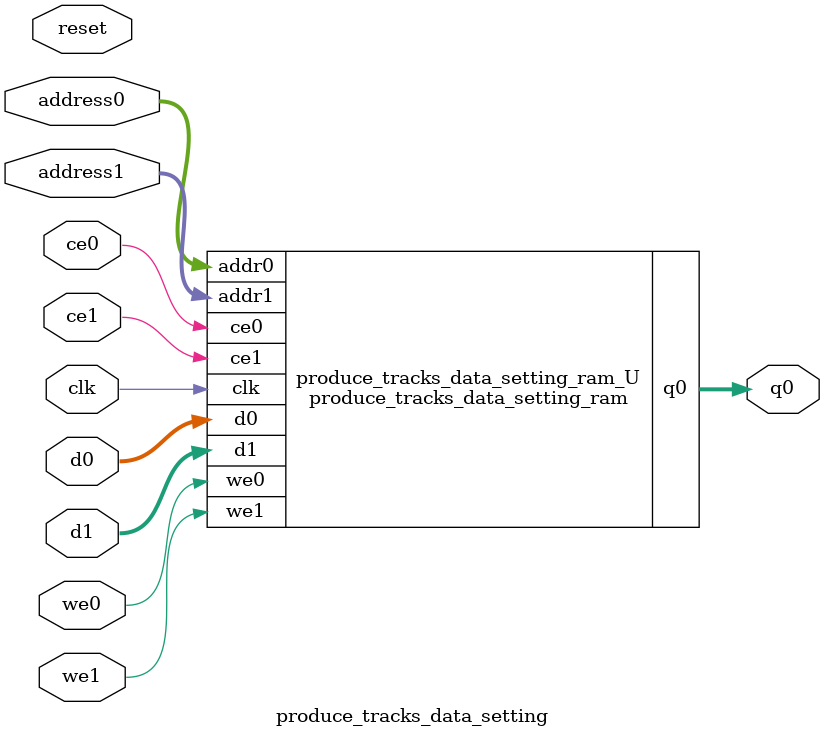
<source format=v>
`timescale 1 ns / 1 ps
module produce_tracks_data_setting_ram (addr0, ce0, d0, we0, q0, addr1, ce1, d1, we1,  clk);

parameter DWIDTH = 32;
parameter AWIDTH = 4;
parameter MEM_SIZE = 16;

input[AWIDTH-1:0] addr0;
input ce0;
input[DWIDTH-1:0] d0;
input we0;
output reg[DWIDTH-1:0] q0;
input[AWIDTH-1:0] addr1;
input ce1;
input[DWIDTH-1:0] d1;
input we1;
input clk;

(* ram_style = "block" *)reg [DWIDTH-1:0] ram[0:MEM_SIZE-1];




always @(posedge clk)  
begin 
    if (ce0) 
    begin
        if (we0) 
        begin 
            ram[addr0] <= d0; 
        end 
        q0 <= ram[addr0];
    end
end


always @(posedge clk)  
begin 
    if (ce1) 
    begin
        if (we1) 
        begin 
            ram[addr1] <= d1; 
        end 
    end
end


endmodule

`timescale 1 ns / 1 ps
module produce_tracks_data_setting(
    reset,
    clk,
    address0,
    ce0,
    we0,
    d0,
    q0,
    address1,
    ce1,
    we1,
    d1);

parameter DataWidth = 32'd32;
parameter AddressRange = 32'd16;
parameter AddressWidth = 32'd4;
input reset;
input clk;
input[AddressWidth - 1:0] address0;
input ce0;
input we0;
input[DataWidth - 1:0] d0;
output[DataWidth - 1:0] q0;
input[AddressWidth - 1:0] address1;
input ce1;
input we1;
input[DataWidth - 1:0] d1;



produce_tracks_data_setting_ram produce_tracks_data_setting_ram_U(
    .clk( clk ),
    .addr0( address0 ),
    .ce0( ce0 ),
    .we0( we0 ),
    .d0( d0 ),
    .q0( q0 ),
    .addr1( address1 ),
    .ce1( ce1 ),
    .we1( we1 ),
    .d1( d1 ));

endmodule


</source>
